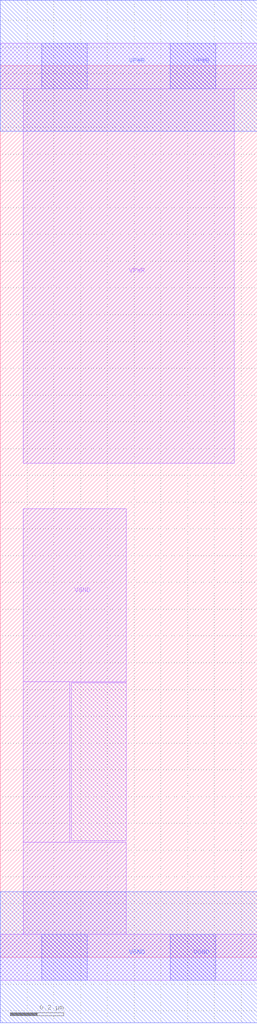
<source format=lef>
# Copyright 2020 The SkyWater PDK Authors
#
# Licensed under the Apache License, Version 2.0 (the "License");
# you may not use this file except in compliance with the License.
# You may obtain a copy of the License at
#
#     https://www.apache.org/licenses/LICENSE-2.0
#
# Unless required by applicable law or agreed to in writing, software
# distributed under the License is distributed on an "AS IS" BASIS,
# WITHOUT WARRANTIES OR CONDITIONS OF ANY KIND, either express or implied.
# See the License for the specific language governing permissions and
# limitations under the License.
#
# SPDX-License-Identifier: Apache-2.0

VERSION 5.7 ;
  NAMESCASESENSITIVE ON ;
  NOWIREEXTENSIONATPIN ON ;
  DIVIDERCHAR "/" ;
  BUSBITCHARS "[]" ;
UNITS
  DATABASE MICRONS 200 ;
END UNITS
MACRO sky130_fd_sc_ls__decaphetap_2
  CLASS BLOCK ;
  FOREIGN sky130_fd_sc_ls__decaphetap_2 ;
  ORIGIN  0.000000  0.000000 ;
  SIZE  0.960000 BY  3.330000 ;
  PIN VGND
    USE GROUND ;
    PORT
      LAYER li1 ;
        RECT 0.000000 -0.085000 0.960000 0.085000 ;
        RECT 0.085000  0.085000 0.470000 0.430000 ;
        RECT 0.085000  0.430000 0.260000 1.030000 ;
        RECT 0.085000  1.030000 0.470000 1.675000 ;
      LAYER mcon ;
        RECT 0.155000 -0.085000 0.325000 0.085000 ;
        RECT 0.635000 -0.085000 0.805000 0.085000 ;
      LAYER met1 ;
        RECT 0.000000 -0.245000 0.960000 0.245000 ;
    END
  END VGND
  PIN VPWR
    USE POWER ;
    PORT
      LAYER li1 ;
        RECT 0.000000 3.245000 0.960000 3.415000 ;
        RECT 0.085000 1.845000 0.875000 3.245000 ;
      LAYER mcon ;
        RECT 0.155000 3.245000 0.325000 3.415000 ;
        RECT 0.635000 3.245000 0.805000 3.415000 ;
      LAYER met1 ;
        RECT 0.000000 3.085000 0.960000 3.575000 ;
    END
  END VPWR
  OBS
    LAYER li1 ;
      RECT 0.265000 0.435000 0.470000 1.025000 ;
  END
END sky130_fd_sc_ls__decaphetap_2

</source>
